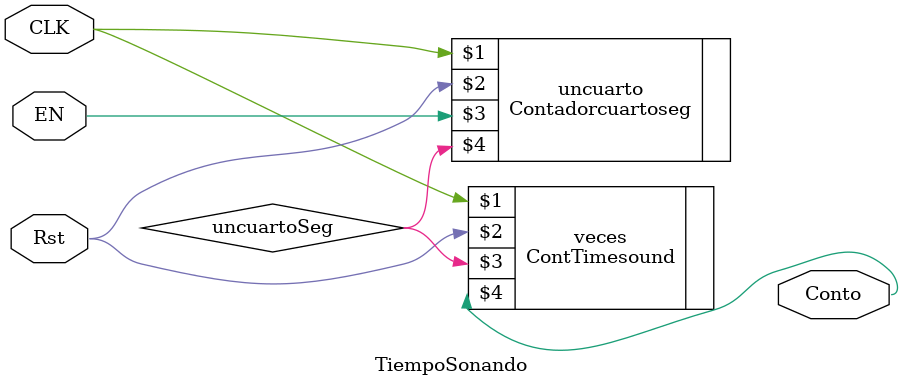
<source format=v>
`timescale 1ns / 1ps
module TiempoSonando(CLK,Rst,EN,Conto
    );
	 input CLK,Rst,EN;
	 output Conto;
	 
	 wire uncuartoSeg;

Contadorcuartoseg uncuarto(CLK,Rst, EN,uncuartoSeg);

ContTimesound veces(CLK,Rst,uncuartoSeg,Conto);

endmodule

</source>
